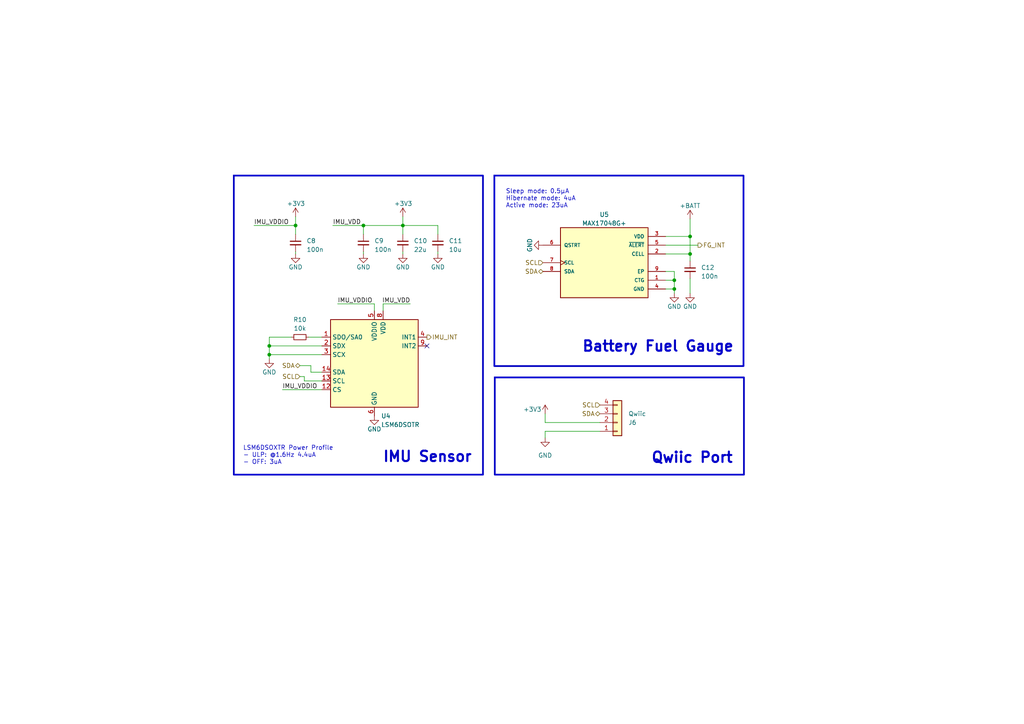
<source format=kicad_sch>
(kicad_sch (version 20231120) (generator "eeschema") (generator_version "8.0")
  (paper "A4")
  (lib_symbols
    (symbol "Connector_Generic:Conn_01x04" (pin_names (offset 1.016) hide)
      (property "Reference" "J" (at 0 5.08 0))
      (property "Value" "Conn_01x04" (at 0 -7.62 0))
      (symbol "Conn_01x04_1_1"
        (rectangle (start -1.27 -4.953) (end 0 -5.207) (stroke (width 0.1524)))
        (rectangle (start -1.27 -2.413) (end 0 -2.667) (stroke (width 0.1524)))
        (rectangle (start -1.27 0.127) (end 0 -0.127) (stroke (width 0.1524)))
        (rectangle (start -1.27 2.667) (end 0 2.413) (stroke (width 0.1524)))
        (rectangle (start -1.27 3.81) (end 1.27 -6.35) (stroke (width 0.254)) (fill (type background)))
        (pin passive line (at -5.08 2.54 0) (length 3.81) (name "Pin_1") (number "1"))
        (pin passive line (at -5.08 0 0) (length 3.81) (name "Pin_2") (number "2"))
        (pin passive line (at -5.08 -2.54 0) (length 3.81) (name "Pin_3") (number "3"))
        (pin passive line (at -5.08 -5.08 0) (length 3.81) (name "Pin_4") (number "4"))
      )
    )
    (symbol "Device:C_Small" (pin_numbers hide) (pin_names (offset 0.254) hide)
      (property "Reference" "C" (at 0.254 1.778 0))
      (property "Value" "C_Small" (at 0.254 -2.032 0))
      (symbol "C_Small_0_1"
        (polyline (pts (xy -1.524 -0.508) (xy 1.524 -0.508)) (stroke (width 0.3302)))
        (polyline (pts (xy -1.524 0.508) (xy 1.524 0.508)) (stroke (width 0.3048)))
      )
      (symbol "C_Small_1_1"
        (pin passive line (at 0 2.54 270) (length 2.032) (name "~") (number "1"))
        (pin passive line (at 0 -2.54 90) (length 2.032) (name "~") (number "2"))
      )
    )
    (symbol "Device:R_Small" (pin_numbers hide) (pin_names (offset 0.254) hide)
      (property "Reference" "R" (at 0.762 0.508 0))
      (property "Value" "R_Small" (at 0.762 -1.016 0))
      (symbol "R_Small_0_1"
        (rectangle (start -0.762 1.778) (end 0.762 -1.778) (stroke (width 0.2032)))
      )
      (symbol "R_Small_1_1"
        (pin passive line (at 0 2.54 270) (length 0.762) (name "~") (number "1"))
        (pin passive line (at 0 -2.54 90) (length 0.762) (name "~") (number "2"))
      )
    )
    (symbol "MAX17048G:MAX17048G+" (pin_names (offset 1.016))
      (property "Reference" "U" (at -12.7107 10.677 0))
      (property "Value" "MAX17048G+" (at -12.7221 -12.2132 0))
      (symbol "MAX17048G+_0_0"
        (rectangle (start -12.7 -10.16) (end 12.7 10.16) (stroke (width 0.254)) (fill (type background)))
        (pin power_in line (at 17.78 -5.08 180) (length 5.08) (name "CTG") (number "1"))
        (pin power_in line (at 17.78 2.54 180) (length 5.08) (name "CELL") (number "2"))
        (pin power_in line (at 17.78 7.62 180) (length 5.08) (name "VDD") (number "3"))
        (pin power_in line (at 17.78 -7.62 180) (length 5.08) (name "GND") (number "4"))
        (pin output line (at 17.78 5.08 180) (length 5.08) (name "~{ALERT}") (number "5"))
        (pin input line (at -17.78 5.08 0) (length 5.08) (name "QSTRT") (number "6"))
        (pin input clock (at -17.78 0 0) (length 5.08) (name "SCL") (number "7"))
        (pin bidirectional line (at -17.78 -2.54 0) (length 5.08) (name "SDA") (number "8"))
        (pin power_in line (at 17.78 -2.54 180) (length 5.08) (name "EP") (number "9"))
      )
    )
    (symbol "Sensor_Motion:LSM6DS3"
      (property "Reference" "U" (at -11.43 15.24 0))
      (property "Value" "LSM6DS3" (at -11.43 12.7 0))
      (symbol "LSM6DS3_0_1"
        (rectangle (start -12.7 12.7) (end 12.7 -12.7) (stroke (width 0.254)) (fill (type background)))
      )
      (symbol "LSM6DS3_1_1"
        (pin bidirectional line (at -15.24 7.62 0) (length 2.54) (name "SDO/SA0") (number "1"))
        (pin no_connect line (at 12.7 -5.08 180) (length 3.81) hide (name "NC") (number "10"))
        (pin no_connect line (at 12.7 -2.54 180) (length 3.81) hide (name "NC") (number "11"))
        (pin input line (at -15.24 -7.62 0) (length 2.54) (name "CS") (number "12"))
        (pin input line (at -15.24 -5.08 0) (length 2.54) (name "SCL") (number "13"))
        (pin bidirectional line (at -15.24 -2.54 0) (length 2.54) (name "SDA") (number "14"))
        (pin bidirectional line (at -15.24 5.08 0) (length 2.54) (name "SDX") (number "2"))
        (pin input line (at -15.24 2.54 0) (length 2.54) (name "SCX") (number "3"))
        (pin output line (at 15.24 7.62 180) (length 2.54) (name "INT1") (number "4"))
        (pin power_in line (at 0 15.24 270) (length 2.54) (name "VDDIO") (number "5"))
        (pin power_in line (at 0 -15.24 90) (length 2.54) (name "GND") (number "6"))
        (pin passive line (at 0 -15.24 90) (length 2.54) hide (name "GND") (number "7"))
        (pin power_in line (at 2.54 15.24 270) (length 2.54) (name "VDD") (number "8"))
        (pin output line (at 15.24 5.08 180) (length 2.54) (name "INT2") (number "9"))
      )
    )
    (symbol "power:+3V3" (power) (pin_names (offset 0))
      (property "Value" "+3V3" (at 0 3.556 0))
      (symbol "+3V3_0_1"
        (polyline (pts (xy -0.762 1.27) (xy 0 2.54)))
        (polyline (pts (xy 0 0) (xy 0 2.54)))
        (polyline (pts (xy 0 2.54) (xy 0.762 1.27)))
      )
      (symbol "+3V3_1_1"
        (pin power_in line (at 0 0 90) (length 0) hide (name "+3V3") (number "1"))
      )
    )
    (symbol "power:+BATT" (power) (pin_names (offset 0))
      (property "Value" "+BATT" (at 0 3.556 0))
      (symbol "+BATT_0_1"
        (polyline (pts (xy -0.762 1.27) (xy 0 2.54)))
        (polyline (pts (xy 0 0) (xy 0 2.54)))
        (polyline (pts (xy 0 2.54) (xy 0.762 1.27)))
      )
      (symbol "+BATT_1_1"
        (pin power_in line (at 0 0 90) (length 0) hide (name "+BATT") (number "1"))
      )
    )
    (symbol "power:GND" (power) (pin_names (offset 0))
      (property "Value" "GND" (at 0 -3.81 0))
      (symbol "GND_0_1"
        (polyline (pts (xy 0 0) (xy 0 -1.27) (xy 1.27 -1.27) (xy 0 -2.54) (xy -1.27 -1.27) (xy 0 -1.27)))
      )
      (symbol "GND_1_1"
        (pin power_in line (at 0 0 270) (length 0) hide (name "GND") (number "1"))
      )
    )
  )
  (junction (at 105.41 65.405))
  (junction (at 116.84 65.405))
  (junction (at 78.105 100.33))
  (junction (at 195.58 81.28))
  (junction (at 200.152 73.66))
  (junction (at 195.58 83.82))
  (junction (at 200.152 68.58))
  (junction (at 85.725 65.405))
  (junction (at 78.105 102.87))
  (no_connect (at 123.825 100.33))
  (wire (pts (xy 200.152 73.66) (xy 200.152 75.692)))
  (wire (pts (xy 105.41 65.405) (xy 116.84 65.405)))
  (wire (pts (xy 200.152 80.772) (xy 200.152 85.09)))
  (wire (pts (xy 78.105 102.87) (xy 93.345 102.87)))
  (wire (pts (xy 116.84 73.025) (xy 116.84 73.66)))
  (wire (pts (xy 78.105 100.33) (xy 93.345 100.33)))
  (wire (pts (xy 200.152 63.5) (xy 200.152 68.58)))
  (wire (pts (xy 193.04 71.12) (xy 202.438 71.12)))
  (wire (pts (xy 78.105 100.33) (xy 78.105 102.87)))
  (wire (pts (xy 116.84 62.865) (xy 116.84 65.405)))
  (wire (pts (xy 195.58 81.28) (xy 193.04 81.28)))
  (wire (pts (xy 108.585 90.17) (xy 108.585 88.138)))
  (wire (pts (xy 193.04 78.74) (xy 195.58 78.74)))
  (wire (pts (xy 127 65.405) (xy 116.84 65.405)))
  (wire (pts (xy 111.125 88.138) (xy 111.125 90.17)))
  (wire (pts (xy 195.58 81.28) (xy 195.58 83.82)))
  (wire (pts (xy 90.17 106.045) (xy 90.17 107.95)))
  (wire (pts (xy 127 73.025) (xy 127 73.66)))
  (wire (pts (xy 88.265 109.22) (xy 88.265 110.49)))
  (wire (pts (xy 89.535 97.79) (xy 93.345 97.79)))
  (wire (pts (xy 200.152 68.58) (xy 200.152 73.66)))
  (wire (pts (xy 158.115 120.015) (xy 158.115 122.555)))
  (wire (pts (xy 84.455 97.79) (xy 78.105 97.79)))
  (wire (pts (xy 85.725 62.865) (xy 85.725 65.405)))
  (wire (pts (xy 193.04 73.66) (xy 200.152 73.66)))
  (wire (pts (xy 105.41 65.405) (xy 105.41 67.945)))
  (wire (pts (xy 88.265 110.49) (xy 93.345 110.49)))
  (wire (pts (xy 97.917 88.138) (xy 108.585 88.138)))
  (wire (pts (xy 85.725 65.405) (xy 85.725 67.945)))
  (wire (pts (xy 111.125 88.138) (xy 118.999 88.138)))
  (wire (pts (xy 86.995 109.22) (xy 88.265 109.22)))
  (wire (pts (xy 105.41 73.025) (xy 105.41 73.66)))
  (wire (pts (xy 85.725 73.025) (xy 85.725 73.66)))
  (wire (pts (xy 86.995 106.045) (xy 90.17 106.045)))
  (wire (pts (xy 158.115 125.095) (xy 158.115 127)))
  (wire (pts (xy 195.58 85.09) (xy 195.58 83.82)))
  (wire (pts (xy 193.04 68.58) (xy 200.152 68.58)))
  (wire (pts (xy 193.04 83.82) (xy 195.58 83.82)))
  (wire (pts (xy 158.115 122.555) (xy 173.99 122.555)))
  (wire (pts (xy 127 67.945) (xy 127 65.405)))
  (wire (pts (xy 90.17 107.95) (xy 93.345 107.95)))
  (wire (pts (xy 78.105 97.79) (xy 78.105 100.33)))
  (wire (pts (xy 116.84 65.405) (xy 116.84 67.945)))
  (wire (pts (xy 81.915 113.03) (xy 93.345 113.03)))
  (wire (pts (xy 158.115 125.095) (xy 173.99 125.095)))
  (wire (pts (xy 96.52 65.405) (xy 105.41 65.405)))
  (wire (pts (xy 73.66 65.405) (xy 85.725 65.405)))
  (wire (pts (xy 78.105 102.87) (xy 78.105 104.14)))
  (wire (pts (xy 195.58 78.74) (xy 195.58 81.28)))
  (rectangle (start 143.51 109.474) (end 215.773 137.668) (stroke (width 0.5)))
  (rectangle (start 143.383 50.927) (end 215.646 106.172) (stroke (width 0.5)))
  (rectangle (start 67.818 50.927) (end 140.081 137.668) (stroke (width 0.5)))
  (text "IMU Sensor" (at 110.871 134.366 0) (effects (font (size 3 3) (thickness 0.6) (bold yes)) (justify left bottom)))
  (text "LSM6DSOXTR Power Profile\n- ULP: @1.6Hz 4.4uA\n- OFF: 3uA" (at 70.485 134.874 0) (effects (font (size 1.27 1.27)) (justify left bottom)))
  (text "Battery Fuel Gauge" (at 168.656 102.362 0) (effects (font (size 3 3) (thickness 0.6) (bold yes)) (justify left bottom)))
  (text "Qwiic Port" (at 188.722 134.62 0) (effects (font (size 3 3) (thickness 0.6) (bold yes)) (justify left bottom)))
  (text "Sleep mode: 0.5µA\nHibernate mode: 4uA\nActive mode: 23uA" (at 146.685 60.452 0) (effects (font (size 1.27 1.27)) (justify left bottom)))
  (label "IMU_VDDIO" (at 81.915 113.03 0))
  (label "IMU_VDDIO" (at 97.917 88.138 0))
  (label "IMU_VDD" (at 96.52 65.405 0))
  (label "IMU_VDD" (at 118.999 88.138 180))
  (label "IMU_VDDIO" (at 73.66 65.405 0))
  (hierarchical_label "SCL" (shape input) (at 86.995 109.22 180))
  (hierarchical_label "SDA" (shape bidirectional) (at 173.99 120.015 180))
  (hierarchical_label "SCL" (shape input) (at 173.99 117.475 180))
  (hierarchical_label "FG_INT" (shape output) (at 202.438 71.12 0))
  (hierarchical_label "SDA" (shape bidirectional) (at 86.995 106.045 180))
  (hierarchical_label "SCL" (shape input) (at 157.48 76.2 180))
  (hierarchical_label "IMU_INT" (shape output) (at 123.825 97.79 0))
  (hierarchical_label "SDA" (shape bidirectional) (at 157.48 78.74 180))
  (symbol (lib_id "power:+3V3") (at 85.725 62.865 0) (mirror y) (unit 1)
    (property "Reference" "#PWR030" (effects (hide yes)))
    (property "Value" "+3V3" (at 83.185 59.055 0) (effects (justify right)))
    (instances (project "bwlc1a" (path "" (reference "#PWR030") (unit 1))) (project "plantpal" (path "" (reference "#PWR049") (unit 1)) (path "" (reference "#PWR063") (unit 1))) (project "bwlr1e" (path "" (reference "#PWR0134") (unit 1))))
  )
  (symbol (lib_id "Sensor_Motion:LSM6DS3") (at 108.585 105.41 0) (unit 1)
    (property "Reference" "U4" (at 110.5409 120.65 0) (effects (justify left)))
    (property "Value" "LSM6DSOTR" (at 110.5409 123.19 0) (effects (justify left)))
    (property "Footprint" "Package_LGA:LGA-14_3x2.5mm_P0.5mm_LayoutBorder3x4y" (effects (hide yes)))
    (property "Datasheet" "https://datasheet.lcsc.com/lcsc/2108070730_STMicroelectronics-LSM6DSOTR_C2655100.pdf" (effects (hide yes)))
    (property "Part Description" "LGA-14 Attitude Sensor/Gyroscope ROHS" (effects (hide yes)))
    (property "Manufacturer" "STMicroelectronics" (effects (hide yes)))
    (property "Manufacturer Part Number" "LSM6DSOTR" (effects (hide yes)))
    (property "Distributor" "LCSC" (effects (hide yes)))
    (property "Distributor Part Number" "C2655100" (effects (hide yes)))
    (property "Distributor Link" "https://datasheet.lcsc.com/lcsc/2108070730_STMicroelectronics-LSM6DSOTR_C2655100.pdf" (effects (hide yes)))
  )
  (symbol (lib_id "power:GND") (at 157.48 71.12 270) (unit 1)
    (property "Reference" "#PWR039" (effects (hide yes)))
    (property "Value" "GND" (at 153.67 71.12 0))
  )
  (symbol (lib_id "power:GND") (at 127 73.66 0) (unit 1)
    (property "Reference" "#PWR038" (effects (hide yes)))
    (property "Value" "GND" (at 127 77.47 0))
  )
  (symbol (lib_id "Device:R_Small") (at 86.995 97.79 90) (unit 1)
    (property "Reference" "R10" (at 86.995 92.71 90))
    (property "Value" "10k" (at 86.995 95.25 90))
    (property "Footprint" "Resistor_SMD:R_0402_1005Metric" (effects (hide yes)))
    (property "Description" "62.5mW Thick Film Resistors ±100ppm/℃ ±1% 10kΩ 0402 Chip Resistor - Surface Mount ROHS" (effects (hide yes)))
    (property "Distributor" "LCSC" (effects (hide yes)))
    (property "Distributor Link" "https://www.lcsc.com/product-detail/Chip-Resistor-Surface-Mount_UNI-ROYAL-Uniroyal-Elec-0402WGF1002TCE_C25744.html" (effects (hide yes)))
    (property "Distributor Part Number" "C25744" (effects (hide yes)))
    (property "Id" "40" (effects (hide yes)))
    (property "Manufacture" "UNI-ROYAL(Uniroyal Elec)" (effects (hide yes)))
    (property "Manufacture Part Number" "0402WGF1002TCE" (effects (hide yes)))
    (property "Type" "SMD" (effects (hide yes)))
  )
  (symbol (lib_id "Device:C_Small") (at 200.152 78.232 0) (unit 1)
    (property "Reference" "C12" (at 203.327 77.6033 0) (effects (justify left)))
    (property "Value" "100n" (at 203.327 80.1433 0) (effects (justify left)))
    (property "Footprint" "Capacitor_SMD:C_0402_1005Metric" (effects (hide yes)))
    (property "Description" "16V 100nF X7R ±10% 0402 Multilayer Ceramic Capacitors MLCC - SMD/SMT ROHS" (effects (hide yes)))
    (property "Distributor" "LCSC" (effects (hide yes)))
    (property "Distributor Link" "https://www.lcsc.com/product-detail/Multilayer-Ceramic-Capacitors-MLCC-SMD-SMT_Samsung-Electro-Mechanics-CL05B104KO5NNNC_C1525.html" (effects (hide yes)))
    (property "Distributor Part Number" "C1525" (effects (hide yes)))
    (property "Id" "3" (effects (hide yes)))
    (property "Manufacture" "Samsung Electro-Mechanics" (effects (hide yes)))
    (property "Manufacture Part Number" "CL05B104KO5NNNC" (effects (hide yes)))
    (property "Type" "SMD" (effects (hide yes)))
  )
  (symbol (lib_id "power:GND") (at 200.152 85.09 0) (unit 1)
    (property "Reference" "#PWR044" (effects (hide yes)))
    (property "Value" "GND" (at 200.152 88.9 0))
  )
  (symbol (lib_id "power:GND") (at 116.84 73.66 0) (unit 1)
    (property "Reference" "#PWR037" (effects (hide yes)))
    (property "Value" "GND" (at 116.84 77.47 0))
  )
  (symbol (lib_id "Device:C_Small") (at 85.725 70.485 0) (unit 1)
    (property "Reference" "C8" (at 88.9 69.8563 0) (effects (justify left)))
    (property "Value" "100n" (at 88.9 72.3963 0) (effects (justify left)))
    (property "Footprint" "Capacitor_SMD:C_0402_1005Metric" (effects (hide yes)))
    (property "Description" "16V 100nF X7R ±10% 0402 Multilayer Ceramic Capacitors MLCC - SMD/SMT ROHS" (effects (hide yes)))
    (property "Distributor" "LCSC" (effects (hide yes)))
    (property "Distributor Link" "https://www.lcsc.com/product-detail/Multilayer-Ceramic-Capacitors-MLCC-SMD-SMT_Samsung-Electro-Mechanics-CL05B104KO5NNNC_C1525.html" (effects (hide yes)))
    (property "Distributor Part Number" "C1525" (effects (hide yes)))
    (property "Id" "3" (effects (hide yes)))
    (property "Manufacture" "Samsung Electro-Mechanics" (effects (hide yes)))
    (property "Manufacture Part Number" "CL05B104KO5NNNC" (effects (hide yes)))
    (property "Type" "SMD" (effects (hide yes)))
  )
  (symbol (lib_id "Device:C_Small") (at 105.41 70.485 0) (unit 1)
    (property "Reference" "C9" (at 108.585 69.8563 0) (effects (justify left)))
    (property "Value" "100n" (at 108.585 72.3963 0) (effects (justify left)))
    (property "Footprint" "Capacitor_SMD:C_0402_1005Metric" (effects (hide yes)))
    (property "Description" "16V 100nF X7R ±10% 0402 Multilayer Ceramic Capacitors MLCC - SMD/SMT ROHS" (effects (hide yes)))
    (property "Distributor" "LCSC" (effects (hide yes)))
    (property "Distributor Link" "https://www.lcsc.com/product-detail/Multilayer-Ceramic-Capacitors-MLCC-SMD-SMT_Samsung-Electro-Mechanics-CL05B104KO5NNNC_C1525.html" (effects (hide yes)))
    (property "Distributor Part Number" "C1525" (effects (hide yes)))
    (property "Id" "3" (effects (hide yes)))
    (property "Manufacture" "Samsung Electro-Mechanics" (effects (hide yes)))
    (property "Manufacture Part Number" "CL05B104KO5NNNC" (effects (hide yes)))
    (property "Type" "SMD" (effects (hide yes)))
  )
  (symbol (lib_id "power:GND") (at 85.725 73.66 0) (unit 1)
    (property "Reference" "#PWR031" (effects (hide yes)))
    (property "Value" "GND" (at 85.725 77.47 0))
  )
  (symbol (lib_id "Device:C_Small") (at 127 70.485 0) (unit 1)
    (property "Reference" "C11" (at 130.175 69.8563 0) (effects (justify left)))
    (property "Value" "10u" (at 130.175 72.3963 0) (effects (justify left)))
    (property "Footprint" "Capacitor_SMD:C_0603_1608Metric" (effects (hide yes)))
    (property "Description" "10V 10uF X5R ±10% 0603 Multilayer Ceramic Capacitors MLCC - SMD/SMT ROHS" (effects (hide yes)))
    (property "Distributor" "LCSC" (effects (hide yes)))
    (property "Distributor Link" "https://www.lcsc.com/product-detail/Multilayer-Ceramic-Capacitors-MLCC-SMD-SMT_Samsung-Electro-Mechanics-CL10A106KP8NNNC_C19702.html" (effects (hide yes)))
    (property "Distributor Part Number" "C19702" (effects (hide yes)))
    (property "Id" "1" (effects (hide yes)))
    (property "Manufacture" "Samsung Electro-Mechanics" (effects (hide yes)))
    (property "Manufacture Part Number" "CL10A106KP8NNNC" (effects (hide yes)))
    (property "Type" "SMD" (effects (hide yes)))
  )
  (symbol (lib_id "power:GND") (at 195.58 85.09 0) (unit 1)
    (property "Reference" "#PWR040" (effects (hide yes)))
    (property "Value" "GND" (at 195.58 88.9 0))
  )
  (symbol (lib_id "power:+3V3") (at 116.84 62.865 0) (mirror y) (unit 1)
    (property "Reference" "#PWR036" (effects (hide yes)))
    (property "Value" "+3V3" (at 114.3 59.055 0) (effects (justify right)))
    (instances (project "bwlc1a" (path "" (reference "#PWR036") (unit 1))) (project "plantpal" (path "" (reference "#PWR049") (unit 1)) (path "" (reference "#PWR063") (unit 1))) (project "bwlr1e" (path "" (reference "#PWR0134") (unit 1))))
  )
  (symbol (lib_id "Connector_Generic:Conn_01x04") (at 179.07 122.555 0) (mirror x) (unit 1)
    (property "Reference" "J6" (at 182.245 122.555 0) (effects (justify left)))
    (property "Value" "Qwiic" (at 182.245 120.015 0) (effects (justify left)))
    (property "Footprint" "bwlc1a:JST_SH_SM04B-SRSS-TB_1x04-1MP_P1.00mm_Horizontal" (effects (hide yes)))
    (property "Datasheet" "https://datasheet.lcsc.com/lcsc/2304140030_JST-Sales-America-SM04B-SRSS-TB-LF-SN_C160404.pdf" (effects (hide yes)))
    (property "Manufacturer" "JST Sales America" (effects (hide yes)))
    (property "Part Number" "SM04B-SRSS-TB" (effects (hide yes)))
    (instances (project "bwlc1a" (path "" (reference "J6") (unit 1))) (project "bwlr1e" (path "" (reference "J1") (unit 1))))
  )
  (symbol (lib_id "Device:C_Small") (at 116.84 70.485 0) (unit 1)
    (property "Reference" "C10" (at 120.015 69.8563 0) (effects (justify left)))
    (property "Value" "22u" (at 120.015 72.3963 0) (effects (justify left)))
    (property "Footprint" "Capacitor_SMD:C_0603_1608Metric" (effects (hide yes)))
    (property "Description" "10V 22uF X5R ±20% 0603 Multilayer Ceramic Capacitors MLCC - SMD/SMT ROHS" (effects (hide yes)))
    (property "Distributor" "LCSC" (effects (hide yes)))
    (property "Distributor Link" "https://www.lcsc.com/product-detail/Multilayer-Ceramic-Capacitors-MLCC-SMD-SMT_Samsung-Electro-Mechanics-CL10A226MP8NUNE_C86295.html" (effects (hide yes)))
    (property "Distributor Part Number" "C86295" (effects (hide yes)))
    (property "Id" "4" (effects (hide yes)))
    (property "Manufacture" "Samsung Electro-Mechanics" (effects (hide yes)))
    (property "Manufacture Part Number" "CL10A226MP8NUNE" (effects (hide yes)))
    (property "Type" "SMD" (effects (hide yes)))
  )
  (symbol (lib_id "power:+BATT") (at 200.152 63.5 0) (unit 1)
    (property "Reference" "#PWR043" (effects (hide yes)))
    (property "Value" "+BATT" (at 200.152 59.69 0))
  )
  (symbol (lib_id "power:GND") (at 105.41 73.66 0) (unit 1)
    (property "Reference" "#PWR032" (effects (hide yes)))
    (property "Value" "GND" (at 105.41 77.47 0))
  )
  (symbol (lib_id "power:GND") (at 108.585 120.65 0) (unit 1)
    (property "Reference" "#PWR035" (effects (hide yes)))
    (property "Value" "GND" (at 108.585 124.46 0))
  )
  (symbol (lib_id "power:GND") (at 78.105 104.14 0) (unit 1)
    (property "Reference" "#PWR028" (effects (hide yes)))
    (property "Value" "GND" (at 78.105 107.95 0))
  )
  (symbol (lib_id "MAX17048G:MAX17048G+") (at 175.26 76.2 0) (unit 1)
    (property "Reference" "U5" (at 175.26 62.23 0))
    (property "Value" "MAX17048G+" (at 175.26 64.77 0))
    (property "Footprint" "Package_DFN_QFN:DFN-8-1EP_2x2mm_P0.5mm_EP0.7x1.3mm" (effects (hide yes)))
    (property "Datasheet" "https://datasheet.lcsc.com/lcsc/2106070437_Analog-Devices-Inc--Maxim-Integrated-MAX17048G-T10_C2682616.pdf" (effects (hide yes)))
    (property "Description" "Polymer 1 DFN-8(2x2) Battery Management ICs ROHS" (effects (hide yes)))
    (property "Distributor" "LCSC" (effects (hide yes)))
    (property "Distributor Link" "https://www.lcsc.com/product-detail/Battery-Management-ICs_Analog-Devices-Inc-Maxim-Integrated-MAX17048G-T10_C2682616.html" (effects (hide yes)))
    (property "Distributor Part Number" "C2682616" (effects (hide yes)))
    (property "Id" "54" (effects (hide yes)))
    (property "Manufacture" "Analog Devices Inc./Maxim Integrated" (effects (hide yes)))
    (property "Manufacture Part Number" "MAX17048G+T10" (effects (hide yes)))
    (property "Type" "SMD" (effects (hide yes)))
  )
  (symbol (lib_id "power:GND") (at 158.115 127 0) (unit 1)
    (property "Reference" "#PWR0115" (effects (hide yes)))
    (property "Value" "GND" (at 158.115 132.08 0))
    (instances (project "bwlc1a" (path "" (reference "#PWR0115") (unit 1))) (project "bwlr1e" (path "" (reference "#PWR05") (unit 1))))
  )
  (symbol (lib_id "power:+3V3") (at 158.115 120.015 0) (mirror y) (unit 1)
    (property "Reference" "#PWR0113" (effects (hide yes)))
    (property "Value" "+3V3" (at 151.765 118.745 0) (effects (justify right)))
    (instances (project "bwlc1a" (path "" (reference "#PWR0113") (unit 1))) (project "bwlr1e" (path "" (reference "#PWR07") (unit 1))))
  )
)
</source>
